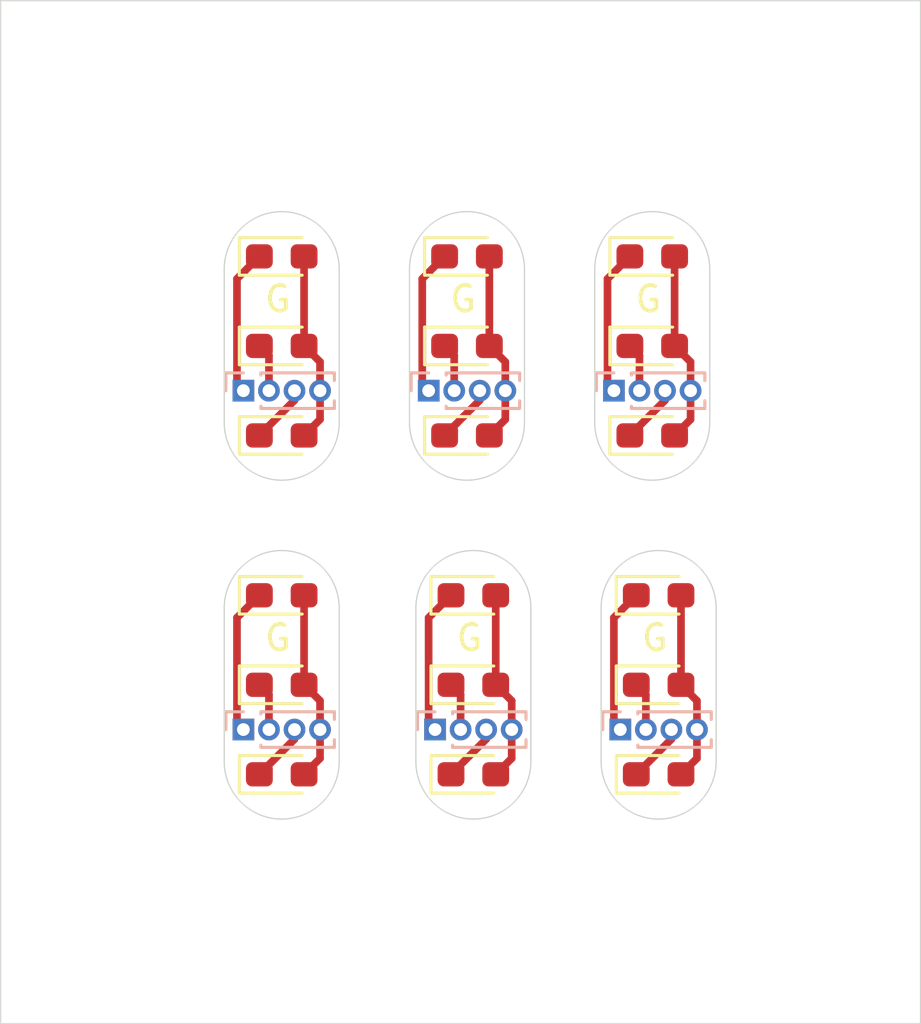
<source format=kicad_pcb>
(kicad_pcb (version 20241229) (generator "pcbnew") (generator_version "9.0")
  (title_block (title "Signal Head 3") (date "2025-03-29") (rev "n/c") (company "DMFE") (comment 1 "Three LED Signal Head"))
  (layers (0 "F.Cu" signal) (2 "B.Cu" signal) (13 "F.Paste" user) (15 "B.Paste" user) (5 "F.SilkS" user "F.Silkscreen") (7 "B.SilkS" user "B.Silkscreen") (1 "F.Mask" user) (3 "B.Mask" user) (25 "Edge.Cuts" user))
  (net 0 "")
  (net 1 "Net-(D1-A)")
  (net 2 "Net-(D1-K)")
  (net 3 "Net-(D2-K)")
  (net 4 "Net-(D3-K)")
  (footprint "LED_SMD:LED_0603_1608Metric_Pad1.05x0.95mm_HandSolder" (layer "F.Cu") (at 144.5 113.5)
    (property "Reference" "D2" (hide yes))
    (property "Value" "Yellow")
    (fp_line (start -1.66 -0.735) (end -1.66 0.735) (stroke (width 0.12)) (layer "F.SilkS"))
    (fp_line (start -1.66 0.735) (end 0.8 0.735) (stroke (width 0.12)) (layer "F.SilkS"))
    (fp_line (start 0.8 -0.735) (end -1.66 -0.735) (stroke (width 0.12)) (layer "F.SilkS"))
    (pad "1" smd roundrect (at -0.875 0) (size 1.05 0.95) (layers "F.Cu" "F.Mask" "F.Paste") (net 3 "Net-(D2-K)"))
    (pad "2" smd roundrect (at 0.875 0) (size 1.05 0.95) (layers "F.Cu" "F.Mask" "F.Paste") (net 1 "Net-(D1-A)"))
  )
  (footprint "LED_SMD:LED_0603_1608Metric_Pad1.05x0.95mm_HandSolder" (layer "F.Cu") (at 137.25 113.5)
    (property "Reference" "D2" (hide yes))
    (property "Value" "Yellow")
    (fp_line (start -1.66 -0.735) (end -1.66 0.735) (stroke (width 0.12)) (layer "F.SilkS"))
    (fp_line (start -1.66 0.735) (end 0.8 0.735) (stroke (width 0.12)) (layer "F.SilkS"))
    (fp_line (start 0.8 -0.735) (end -1.66 -0.735) (stroke (width 0.12)) (layer "F.SilkS"))
    (pad "1" smd roundrect (at -0.875 0) (size 1.05 0.95) (layers "F.Cu" "F.Mask" "F.Paste") (net 3 "Net-(D2-K)"))
    (pad "2" smd roundrect (at 0.875 0) (size 1.05 0.95) (layers "F.Cu" "F.Mask" "F.Paste") (net 1 "Net-(D1-A)"))
  )
  (footprint "LED_SMD:LED_0603_1608Metric_Pad1.05x0.95mm_HandSolder" (layer "F.Cu") (at 137.5 126.75)
    (property "Reference" "D2" (hide yes))
    (property "Value" "Yellow")
    (fp_line (start -1.66 -0.735) (end -1.66 0.735) (stroke (width 0.12)) (layer "F.SilkS"))
    (fp_line (start -1.66 0.735) (end 0.8 0.735) (stroke (width 0.12)) (layer "F.SilkS"))
    (fp_line (start 0.8 -0.735) (end -1.66 -0.735) (stroke (width 0.12)) (layer "F.SilkS"))
    (pad "1" smd roundrect (at -0.875 0) (size 1.05 0.95) (layers "F.Cu" "F.Mask" "F.Paste") (net 3 "Net-(D2-K)"))
    (pad "2" smd roundrect (at 0.875 0) (size 1.05 0.95) (layers "F.Cu" "F.Mask" "F.Paste") (net 1 "Net-(D1-A)"))
  )
  (footprint "LED_SMD:LED_0603_1608Metric_Pad1.05x0.95mm_HandSolder" (layer "F.Cu") (at 130 123.25)
    (property "Reference" "D1" (hide yes))
    (property "Value" "Green")
    (fp_line (start -1.66 -0.735) (end -1.66 0.735) (stroke (width 0.12)) (layer "F.SilkS"))
    (fp_line (start -1.66 0.735) (end 0.8 0.735) (stroke (width 0.12)) (layer "F.SilkS"))
    (fp_line (start 0.8 -0.735) (end -1.66 -0.735) (stroke (width 0.12)) (layer "F.SilkS"))
    (pad "1" smd roundrect (at -0.875 0) (size 1.05 0.95) (layers "F.Cu" "F.Mask" "F.Paste") (net 2 "Net-(D1-K)"))
    (pad "2" smd roundrect (at 0.875 0) (size 1.05 0.95) (layers "F.Cu" "F.Mask" "F.Paste") (net 1 "Net-(D1-A)"))
  )
  (footprint "LED_SMD:LED_0603_1608Metric_Pad1.05x0.95mm_HandSolder" (layer "F.Cu") (at 130 130.25)
    (property "Reference" "D3" (hide yes))
    (property "Value" "Red")
    (fp_line (start -1.66 -0.735) (end -1.66 0.735) (stroke (width 0.12)) (layer "F.SilkS"))
    (fp_line (start -1.66 0.735) (end 0.8 0.735) (stroke (width 0.12)) (layer "F.SilkS"))
    (fp_line (start 0.8 -0.735) (end -1.66 -0.735) (stroke (width 0.12)) (layer "F.SilkS"))
    (pad "1" smd roundrect (at -0.875 0) (size 1.05 0.95) (layers "F.Cu" "F.Mask" "F.Paste") (net 4 "Net-(D3-K)"))
    (pad "2" smd roundrect (at 0.875 0) (size 1.05 0.95) (layers "F.Cu" "F.Mask" "F.Paste") (net 1 "Net-(D1-A)"))
  )
  (footprint "LED_SMD:LED_0603_1608Metric_Pad1.05x0.95mm_HandSolder" (layer "F.Cu") (at 144.5 110)
    (property "Reference" "D1" (hide yes))
    (property "Value" "Green")
    (fp_line (start -1.66 -0.735) (end -1.66 0.735) (stroke (width 0.12)) (layer "F.SilkS"))
    (fp_line (start -1.66 0.735) (end 0.8 0.735) (stroke (width 0.12)) (layer "F.SilkS"))
    (fp_line (start 0.8 -0.735) (end -1.66 -0.735) (stroke (width 0.12)) (layer "F.SilkS"))
    (pad "1" smd roundrect (at -0.875 0) (size 1.05 0.95) (layers "F.Cu" "F.Mask" "F.Paste") (net 2 "Net-(D1-K)"))
    (pad "2" smd roundrect (at 0.875 0) (size 1.05 0.95) (layers "F.Cu" "F.Mask" "F.Paste") (net 1 "Net-(D1-A)"))
  )
  (footprint "LED_SMD:LED_0603_1608Metric_Pad1.05x0.95mm_HandSolder" (layer "F.Cu") (at 137.5 123.25)
    (property "Reference" "D1" (hide yes))
    (property "Value" "Green")
    (fp_line (start -1.66 -0.735) (end -1.66 0.735) (stroke (width 0.12)) (layer "F.SilkS"))
    (fp_line (start -1.66 0.735) (end 0.8 0.735) (stroke (width 0.12)) (layer "F.SilkS"))
    (fp_line (start 0.8 -0.735) (end -1.66 -0.735) (stroke (width 0.12)) (layer "F.SilkS"))
    (pad "1" smd roundrect (at -0.875 0) (size 1.05 0.95) (layers "F.Cu" "F.Mask" "F.Paste") (net 2 "Net-(D1-K)"))
    (pad "2" smd roundrect (at 0.875 0) (size 1.05 0.95) (layers "F.Cu" "F.Mask" "F.Paste") (net 1 "Net-(D1-A)"))
  )
  (footprint "LED_SMD:LED_0603_1608Metric_Pad1.05x0.95mm_HandSolder" (layer "F.Cu") (at 144.75 123.25)
    (property "Reference" "D1" (hide yes))
    (property "Value" "Green")
    (fp_line (start -1.66 -0.735) (end -1.66 0.735) (stroke (width 0.12)) (layer "F.SilkS"))
    (fp_line (start -1.66 0.735) (end 0.8 0.735) (stroke (width 0.12)) (layer "F.SilkS"))
    (fp_line (start 0.8 -0.735) (end -1.66 -0.735) (stroke (width 0.12)) (layer "F.SilkS"))
    (pad "1" smd roundrect (at -0.875 0) (size 1.05 0.95) (layers "F.Cu" "F.Mask" "F.Paste") (net 2 "Net-(D1-K)"))
    (pad "2" smd roundrect (at 0.875 0) (size 1.05 0.95) (layers "F.Cu" "F.Mask" "F.Paste") (net 1 "Net-(D1-A)"))
  )
  (footprint "LED_SMD:LED_0603_1608Metric_Pad1.05x0.95mm_HandSolder" (layer "F.Cu") (at 144.5 117)
    (property "Reference" "D3" (hide yes))
    (property "Value" "Red")
    (fp_line (start -1.66 -0.735) (end -1.66 0.735) (stroke (width 0.12)) (layer "F.SilkS"))
    (fp_line (start -1.66 0.735) (end 0.8 0.735) (stroke (width 0.12)) (layer "F.SilkS"))
    (fp_line (start 0.8 -0.735) (end -1.66 -0.735) (stroke (width 0.12)) (layer "F.SilkS"))
    (pad "1" smd roundrect (at -0.875 0) (size 1.05 0.95) (layers "F.Cu" "F.Mask" "F.Paste") (net 4 "Net-(D3-K)"))
    (pad "2" smd roundrect (at 0.875 0) (size 1.05 0.95) (layers "F.Cu" "F.Mask" "F.Paste") (net 1 "Net-(D1-A)"))
  )
  (footprint "LED_SMD:LED_0603_1608Metric_Pad1.05x0.95mm_HandSolder" (layer "F.Cu") (at 137.25 110)
    (property "Reference" "D1" (hide yes))
    (property "Value" "Green")
    (fp_line (start -1.66 -0.735) (end -1.66 0.735) (stroke (width 0.12)) (layer "F.SilkS"))
    (fp_line (start -1.66 0.735) (end 0.8 0.735) (stroke (width 0.12)) (layer "F.SilkS"))
    (fp_line (start 0.8 -0.735) (end -1.66 -0.735) (stroke (width 0.12)) (layer "F.SilkS"))
    (pad "1" smd roundrect (at -0.875 0) (size 1.05 0.95) (layers "F.Cu" "F.Mask" "F.Paste") (net 2 "Net-(D1-K)"))
    (pad "2" smd roundrect (at 0.875 0) (size 1.05 0.95) (layers "F.Cu" "F.Mask" "F.Paste") (net 1 "Net-(D1-A)"))
  )
  (footprint "LED_SMD:LED_0603_1608Metric_Pad1.05x0.95mm_HandSolder" (layer "F.Cu") (at 130 113.5)
    (property "Reference" "D2" (hide yes))
    (property "Value" "Yellow")
    (fp_line (start -1.66 -0.735) (end -1.66 0.735) (stroke (width 0.12)) (layer "F.SilkS"))
    (fp_line (start -1.66 0.735) (end 0.8 0.735) (stroke (width 0.12)) (layer "F.SilkS"))
    (fp_line (start 0.8 -0.735) (end -1.66 -0.735) (stroke (width 0.12)) (layer "F.SilkS"))
    (pad "1" smd roundrect (at -0.875 0) (size 1.05 0.95) (layers "F.Cu" "F.Mask" "F.Paste") (net 3 "Net-(D2-K)"))
    (pad "2" smd roundrect (at 0.875 0) (size 1.05 0.95) (layers "F.Cu" "F.Mask" "F.Paste") (net 1 "Net-(D1-A)"))
  )
  (footprint "LED_SMD:LED_0603_1608Metric_Pad1.05x0.95mm_HandSolder" (layer "F.Cu") (at 130 126.75)
    (property "Reference" "D2" (hide yes))
    (property "Value" "Yellow")
    (fp_line (start -1.66 -0.735) (end -1.66 0.735) (stroke (width 0.12)) (layer "F.SilkS"))
    (fp_line (start -1.66 0.735) (end 0.8 0.735) (stroke (width 0.12)) (layer "F.SilkS"))
    (fp_line (start 0.8 -0.735) (end -1.66 -0.735) (stroke (width 0.12)) (layer "F.SilkS"))
    (pad "1" smd roundrect (at -0.875 0) (size 1.05 0.95) (layers "F.Cu" "F.Mask" "F.Paste") (net 3 "Net-(D2-K)"))
    (pad "2" smd roundrect (at 0.875 0) (size 1.05 0.95) (layers "F.Cu" "F.Mask" "F.Paste") (net 1 "Net-(D1-A)"))
  )
  (footprint "LED_SMD:LED_0603_1608Metric_Pad1.05x0.95mm_HandSolder" (layer "F.Cu") (at 144.75 126.75)
    (property "Reference" "D2" (hide yes))
    (property "Value" "Yellow")
    (fp_line (start -1.66 -0.735) (end -1.66 0.735) (stroke (width 0.12)) (layer "F.SilkS"))
    (fp_line (start -1.66 0.735) (end 0.8 0.735) (stroke (width 0.12)) (layer "F.SilkS"))
    (fp_line (start 0.8 -0.735) (end -1.66 -0.735) (stroke (width 0.12)) (layer "F.SilkS"))
    (pad "1" smd roundrect (at -0.875 0) (size 1.05 0.95) (layers "F.Cu" "F.Mask" "F.Paste") (net 3 "Net-(D2-K)"))
    (pad "2" smd roundrect (at 0.875 0) (size 1.05 0.95) (layers "F.Cu" "F.Mask" "F.Paste") (net 1 "Net-(D1-A)"))
  )
  (footprint "LED_SMD:LED_0603_1608Metric_Pad1.05x0.95mm_HandSolder" (layer "F.Cu") (at 137.5 130.25)
    (property "Reference" "D3" (hide yes))
    (property "Value" "Red")
    (fp_line (start -1.66 -0.735) (end -1.66 0.735) (stroke (width 0.12)) (layer "F.SilkS"))
    (fp_line (start -1.66 0.735) (end 0.8 0.735) (stroke (width 0.12)) (layer "F.SilkS"))
    (fp_line (start 0.8 -0.735) (end -1.66 -0.735) (stroke (width 0.12)) (layer "F.SilkS"))
    (pad "1" smd roundrect (at -0.875 0) (size 1.05 0.95) (layers "F.Cu" "F.Mask" "F.Paste") (net 4 "Net-(D3-K)"))
    (pad "2" smd roundrect (at 0.875 0) (size 1.05 0.95) (layers "F.Cu" "F.Mask" "F.Paste") (net 1 "Net-(D1-A)"))
  )
  (footprint "LED_SMD:LED_0603_1608Metric_Pad1.05x0.95mm_HandSolder" (layer "F.Cu") (at 137.25 117)
    (property "Reference" "D3" (hide yes))
    (property "Value" "Red")
    (fp_line (start -1.66 -0.735) (end -1.66 0.735) (stroke (width 0.12)) (layer "F.SilkS"))
    (fp_line (start -1.66 0.735) (end 0.8 0.735) (stroke (width 0.12)) (layer "F.SilkS"))
    (fp_line (start 0.8 -0.735) (end -1.66 -0.735) (stroke (width 0.12)) (layer "F.SilkS"))
    (pad "1" smd roundrect (at -0.875 0) (size 1.05 0.95) (layers "F.Cu" "F.Mask" "F.Paste") (net 4 "Net-(D3-K)"))
    (pad "2" smd roundrect (at 0.875 0) (size 1.05 0.95) (layers "F.Cu" "F.Mask" "F.Paste") (net 1 "Net-(D1-A)"))
  )
  (footprint "LED_SMD:LED_0603_1608Metric_Pad1.05x0.95mm_HandSolder" (layer "F.Cu") (at 130 110)
    (property "Reference" "D1" (hide yes))
    (property "Value" "Green")
    (fp_line (start -1.66 -0.735) (end -1.66 0.735) (stroke (width 0.12)) (layer "F.SilkS"))
    (fp_line (start -1.66 0.735) (end 0.8 0.735) (stroke (width 0.12)) (layer "F.SilkS"))
    (fp_line (start 0.8 -0.735) (end -1.66 -0.735) (stroke (width 0.12)) (layer "F.SilkS"))
    (pad "1" smd roundrect (at -0.875 0) (size 1.05 0.95) (layers "F.Cu" "F.Mask" "F.Paste") (net 2 "Net-(D1-K)"))
    (pad "2" smd roundrect (at 0.875 0) (size 1.05 0.95) (layers "F.Cu" "F.Mask" "F.Paste") (net 1 "Net-(D1-A)"))
  )
  (footprint "LED_SMD:LED_0603_1608Metric_Pad1.05x0.95mm_HandSolder" (layer "F.Cu") (at 130 117)
    (property "Reference" "D3" (hide yes))
    (property "Value" "Red")
    (fp_line (start -1.66 -0.735) (end -1.66 0.735) (stroke (width 0.12)) (layer "F.SilkS"))
    (fp_line (start -1.66 0.735) (end 0.8 0.735) (stroke (width 0.12)) (layer "F.SilkS"))
    (fp_line (start 0.8 -0.735) (end -1.66 -0.735) (stroke (width 0.12)) (layer "F.SilkS"))
    (pad "1" smd roundrect (at -0.875 0) (size 1.05 0.95) (layers "F.Cu" "F.Mask" "F.Paste") (net 4 "Net-(D3-K)"))
    (pad "2" smd roundrect (at 0.875 0) (size 1.05 0.95) (layers "F.Cu" "F.Mask" "F.Paste") (net 1 "Net-(D1-A)"))
  )
  (footprint "LED_SMD:LED_0603_1608Metric_Pad1.05x0.95mm_HandSolder" (layer "F.Cu") (at 144.75 130.25)
    (property "Reference" "D3" (hide yes))
    (property "Value" "Red")
    (fp_line (start -1.66 -0.735) (end -1.66 0.735) (stroke (width 0.12)) (layer "F.SilkS"))
    (fp_line (start -1.66 0.735) (end 0.8 0.735) (stroke (width 0.12)) (layer "F.SilkS"))
    (fp_line (start 0.8 -0.735) (end -1.66 -0.735) (stroke (width 0.12)) (layer "F.SilkS"))
    (pad "1" smd roundrect (at -0.875 0) (size 1.05 0.95) (layers "F.Cu" "F.Mask" "F.Paste") (net 4 "Net-(D3-K)"))
    (pad "2" smd roundrect (at 0.875 0) (size 1.05 0.95) (layers "F.Cu" "F.Mask" "F.Paste") (net 1 "Net-(D1-A)"))
  )
  (footprint "Connector_PinHeader_1.00mm:PinHeader_1x04_P1.00mm_Vertical" (layer "B.Cu") (at 128.5 128.5 -90)
    (property "Reference" "J1" (hide yes))
    (property "Value" "Conn_01x04")
    (fp_line (start -0.695 0.685) (end 0 0.685) (stroke (width 0.12)) (layer "B.SilkS"))
    (fp_line (start -0.695 0) (end -0.695 0.685) (stroke (width 0.12)) (layer "B.SilkS"))
    (fp_line (start -0.695 -0.685) (end -0.608276 -0.685) (stroke (width 0.12)) (layer "B.SilkS"))
    (fp_line (start -0.695 -0.685) (end -0.695 -3.56) (stroke (width 0.12)) (layer "B.SilkS"))
    (fp_line (start 0.608276 -0.685) (end 0.695 -0.685) (stroke (width 0.12)) (layer "B.SilkS"))
    (fp_line (start 0.695 -0.685) (end 0.695 -3.56) (stroke (width 0.12)) (layer "B.SilkS"))
    (fp_line (start -0.695 -3.56) (end -0.394493 -3.56) (stroke (width 0.12)) (layer "B.SilkS"))
    (fp_line (start 0.394493 -3.56) (end 0.695 -3.56) (stroke (width 0.12)) (layer "B.SilkS"))
    (pad "1" thru_hole rect (at 0 0 270) (size 0.85 0.85) (drill 0.5) (layers "*.Cu" "*.Mask") (net 2 "Net-(D1-K)"))
    (pad "2" thru_hole oval (at 0 -1 270) (size 0.85 0.85) (drill 0.5) (layers "*.Cu" "*.Mask") (net 3 "Net-(D2-K)"))
    (pad "3" thru_hole oval (at 0 -2 270) (size 0.85 0.85) (drill 0.5) (layers "*.Cu" "*.Mask") (net 4 "Net-(D3-K)"))
    (pad "4" thru_hole oval (at 0 -3 270) (size 0.85 0.85) (drill 0.5) (layers "*.Cu" "*.Mask") (net 1 "Net-(D1-A)"))
  )
  (footprint "Connector_PinHeader_1.00mm:PinHeader_1x04_P1.00mm_Vertical" (layer "B.Cu") (at 143.25 128.5 -90)
    (property "Reference" "J1" (hide yes))
    (property "Value" "Conn_01x04")
    (fp_line (start -0.695 0.685) (end 0 0.685) (stroke (width 0.12)) (layer "B.SilkS"))
    (fp_line (start -0.695 0) (end -0.695 0.685) (stroke (width 0.12)) (layer "B.SilkS"))
    (fp_line (start -0.695 -0.685) (end -0.608276 -0.685) (stroke (width 0.12)) (layer "B.SilkS"))
    (fp_line (start -0.695 -0.685) (end -0.695 -3.56) (stroke (width 0.12)) (layer "B.SilkS"))
    (fp_line (start 0.608276 -0.685) (end 0.695 -0.685) (stroke (width 0.12)) (layer "B.SilkS"))
    (fp_line (start 0.695 -0.685) (end 0.695 -3.56) (stroke (width 0.12)) (layer "B.SilkS"))
    (fp_line (start -0.695 -3.56) (end -0.394493 -3.56) (stroke (width 0.12)) (layer "B.SilkS"))
    (fp_line (start 0.394493 -3.56) (end 0.695 -3.56) (stroke (width 0.12)) (layer "B.SilkS"))
    (pad "1" thru_hole rect (at 0 0 270) (size 0.85 0.85) (drill 0.5) (layers "*.Cu" "*.Mask") (net 2 "Net-(D1-K)"))
    (pad "2" thru_hole oval (at 0 -1 270) (size 0.85 0.85) (drill 0.5) (layers "*.Cu" "*.Mask") (net 3 "Net-(D2-K)"))
    (pad "3" thru_hole oval (at 0 -2 270) (size 0.85 0.85) (drill 0.5) (layers "*.Cu" "*.Mask") (net 4 "Net-(D3-K)"))
    (pad "4" thru_hole oval (at 0 -3 270) (size 0.85 0.85) (drill 0.5) (layers "*.Cu" "*.Mask") (net 1 "Net-(D1-A)"))
  )
  (footprint "Connector_PinHeader_1.00mm:PinHeader_1x04_P1.00mm_Vertical" (layer "B.Cu") (at 136 128.5 -90)
    (property "Reference" "J1" (hide yes))
    (property "Value" "Conn_01x04")
    (fp_line (start -0.695 0.685) (end 0 0.685) (stroke (width 0.12)) (layer "B.SilkS"))
    (fp_line (start -0.695 0) (end -0.695 0.685) (stroke (width 0.12)) (layer "B.SilkS"))
    (fp_line (start -0.695 -0.685) (end -0.608276 -0.685) (stroke (width 0.12)) (layer "B.SilkS"))
    (fp_line (start -0.695 -0.685) (end -0.695 -3.56) (stroke (width 0.12)) (layer "B.SilkS"))
    (fp_line (start 0.608276 -0.685) (end 0.695 -0.685) (stroke (width 0.12)) (layer "B.SilkS"))
    (fp_line (start 0.695 -0.685) (end 0.695 -3.56) (stroke (width 0.12)) (layer "B.SilkS"))
    (fp_line (start -0.695 -3.56) (end -0.394493 -3.56) (stroke (width 0.12)) (layer "B.SilkS"))
    (fp_line (start 0.394493 -3.56) (end 0.695 -3.56) (stroke (width 0.12)) (layer "B.SilkS"))
    (pad "1" thru_hole rect (at 0 0 270) (size 0.85 0.85) (drill 0.5) (layers "*.Cu" "*.Mask") (net 2 "Net-(D1-K)"))
    (pad "2" thru_hole oval (at 0 -1 270) (size 0.85 0.85) (drill 0.5) (layers "*.Cu" "*.Mask") (net 3 "Net-(D2-K)"))
    (pad "3" thru_hole oval (at 0 -2 270) (size 0.85 0.85) (drill 0.5) (layers "*.Cu" "*.Mask") (net 4 "Net-(D3-K)"))
    (pad "4" thru_hole oval (at 0 -3 270) (size 0.85 0.85) (drill 0.5) (layers "*.Cu" "*.Mask") (net 1 "Net-(D1-A)"))
  )
  (footprint "Connector_PinHeader_1.00mm:PinHeader_1x04_P1.00mm_Vertical" (layer "B.Cu") (at 128.5 115.25 -90)
    (property "Reference" "J1" (hide yes))
    (property "Value" "Conn_01x04")
    (fp_line (start -0.695 0.685) (end 0 0.685) (stroke (width 0.12)) (layer "B.SilkS"))
    (fp_line (start -0.695 0) (end -0.695 0.685) (stroke (width 0.12)) (layer "B.SilkS"))
    (fp_line (start -0.695 -0.685) (end -0.608276 -0.685) (stroke (width 0.12)) (layer "B.SilkS"))
    (fp_line (start -0.695 -0.685) (end -0.695 -3.56) (stroke (width 0.12)) (layer "B.SilkS"))
    (fp_line (start 0.608276 -0.685) (end 0.695 -0.685) (stroke (width 0.12)) (layer "B.SilkS"))
    (fp_line (start 0.695 -0.685) (end 0.695 -3.56) (stroke (width 0.12)) (layer "B.SilkS"))
    (fp_line (start -0.695 -3.56) (end -0.394493 -3.56) (stroke (width 0.12)) (layer "B.SilkS"))
    (fp_line (start 0.394493 -3.56) (end 0.695 -3.56) (stroke (width 0.12)) (layer "B.SilkS"))
    (pad "1" thru_hole rect (at 0 0 270) (size 0.85 0.85) (drill 0.5) (layers "*.Cu" "*.Mask") (net 2 "Net-(D1-K)"))
    (pad "2" thru_hole oval (at 0 -1 270) (size 0.85 0.85) (drill 0.5) (layers "*.Cu" "*.Mask") (net 3 "Net-(D2-K)"))
    (pad "3" thru_hole oval (at 0 -2 270) (size 0.85 0.85) (drill 0.5) (layers "*.Cu" "*.Mask") (net 4 "Net-(D3-K)"))
    (pad "4" thru_hole oval (at 0 -3 270) (size 0.85 0.85) (drill 0.5) (layers "*.Cu" "*.Mask") (net 1 "Net-(D1-A)"))
  )
  (footprint "Connector_PinHeader_1.00mm:PinHeader_1x04_P1.00mm_Vertical" (layer "B.Cu") (at 135.75 115.25 -90)
    (property "Reference" "J1" (hide yes))
    (property "Value" "Conn_01x04")
    (fp_line (start -0.695 0.685) (end 0 0.685) (stroke (width 0.12)) (layer "B.SilkS"))
    (fp_line (start -0.695 0) (end -0.695 0.685) (stroke (width 0.12)) (layer "B.SilkS"))
    (fp_line (start -0.695 -0.685) (end -0.608276 -0.685) (stroke (width 0.12)) (layer "B.SilkS"))
    (fp_line (start -0.695 -0.685) (end -0.695 -3.56) (stroke (width 0.12)) (layer "B.SilkS"))
    (fp_line (start 0.608276 -0.685) (end 0.695 -0.685) (stroke (width 0.12)) (layer "B.SilkS"))
    (fp_line (start 0.695 -0.685) (end 0.695 -3.56) (stroke (width 0.12)) (layer "B.SilkS"))
    (fp_line (start -0.695 -3.56) (end -0.394493 -3.56) (stroke (width 0.12)) (layer "B.SilkS"))
    (fp_line (start 0.394493 -3.56) (end 0.695 -3.56) (stroke (width 0.12)) (layer "B.SilkS"))
    (pad "1" thru_hole rect (at 0 0 270) (size 0.85 0.85) (drill 0.5) (layers "*.Cu" "*.Mask") (net 2 "Net-(D1-K)"))
    (pad "2" thru_hole oval (at 0 -1 270) (size 0.85 0.85) (drill 0.5) (layers "*.Cu" "*.Mask") (net 3 "Net-(D2-K)"))
    (pad "3" thru_hole oval (at 0 -2 270) (size 0.85 0.85) (drill 0.5) (layers "*.Cu" "*.Mask") (net 4 "Net-(D3-K)"))
    (pad "4" thru_hole oval (at 0 -3 270) (size 0.85 0.85) (drill 0.5) (layers "*.Cu" "*.Mask") (net 1 "Net-(D1-A)"))
  )
  (footprint "Connector_PinHeader_1.00mm:PinHeader_1x04_P1.00mm_Vertical" (layer "B.Cu") (at 143 115.25 -90)
    (property "Reference" "J1" (hide yes))
    (property "Value" "Conn_01x04")
    (fp_line (start -0.695 0.685) (end 0 0.685) (stroke (width 0.12)) (layer "B.SilkS"))
    (fp_line (start -0.695 0) (end -0.695 0.685) (stroke (width 0.12)) (layer "B.SilkS"))
    (fp_line (start -0.695 -0.685) (end -0.608276 -0.685) (stroke (width 0.12)) (layer "B.SilkS"))
    (fp_line (start -0.695 -0.685) (end -0.695 -3.56) (stroke (width 0.12)) (layer "B.SilkS"))
    (fp_line (start 0.608276 -0.685) (end 0.695 -0.685) (stroke (width 0.12)) (layer "B.SilkS"))
    (fp_line (start 0.695 -0.685) (end 0.695 -3.56) (stroke (width 0.12)) (layer "B.SilkS"))
    (fp_line (start -0.695 -3.56) (end -0.394493 -3.56) (stroke (width 0.12)) (layer "B.SilkS"))
    (fp_line (start 0.394493 -3.56) (end 0.695 -3.56) (stroke (width 0.12)) (layer "B.SilkS"))
    (pad "1" thru_hole rect (at 0 0 270) (size 0.85 0.85) (drill 0.5) (layers "*.Cu" "*.Mask") (net 2 "Net-(D1-K)"))
    (pad "2" thru_hole oval (at 0 -1 270) (size 0.85 0.85) (drill 0.5) (layers "*.Cu" "*.Mask") (net 3 "Net-(D2-K)"))
    (pad "3" thru_hole oval (at 0 -2 270) (size 0.85 0.85) (drill 0.5) (layers "*.Cu" "*.Mask") (net 4 "Net-(D3-K)"))
    (pad "4" thru_hole oval (at 0 -3 270) (size 0.85 0.85) (drill 0.5) (layers "*.Cu" "*.Mask") (net 1 "Net-(D1-A)"))
  )
  (gr_arc (start 139.5 116.5) (mid 137.25 118.75) (end 135 116.5) (stroke (width 0.05)) (layer "Edge.Cuts"))
  (gr_line (start 142.25 116.5) (end 142.25 110.5) (stroke (width 0.05)) (layer "Edge.Cuts"))
  (gr_line (start 135 116.5) (end 135 110.5) (stroke (width 0.05)) (layer "Edge.Cuts"))
  (gr_arc (start 147 129.75) (mid 144.75 132) (end 142.5 129.75) (stroke (width 0.05)) (layer "Edge.Cuts"))
  (gr_line (start 132.25 116.5) (end 132.25 110.5) (stroke (width 0.05)) (layer "Edge.Cuts"))
  (gr_line (start 146.75 116.5) (end 146.75 110.5) (stroke (width 0.05)) (layer "Edge.Cuts"))
  (gr_arc (start 142.5 123.75) (mid 144.75 121.5) (end 147 123.75) (stroke (width 0.05)) (layer "Edge.Cuts"))
  (gr_line (start 142.5 129.75) (end 142.5 123.75) (stroke (width 0.05)) (layer "Edge.Cuts"))
  (gr_arc (start 132.25 129.75) (mid 130 132) (end 127.75 129.75) (stroke (width 0.05)) (layer "Edge.Cuts"))
  (gr_arc (start 127.75 123.75) (mid 130 121.5) (end 132.25 123.75) (stroke (width 0.05)) (layer "Edge.Cuts"))
  (gr_rect (start 119 100) (end 155 140) (stroke (width 0.05)) (fill no) (layer "Edge.Cuts"))
  (gr_line (start 135.25 129.75) (end 135.25 123.75) (stroke (width 0.05)) (layer "Edge.Cuts"))
  (gr_arc (start 139.75 129.75) (mid 137.5 132) (end 135.25 129.75) (stroke (width 0.05)) (layer "Edge.Cuts"))
  (gr_arc (start 132.25 116.5) (mid 130 118.75) (end 127.75 116.5) (stroke (width 0.05)) (layer "Edge.Cuts"))
  (gr_arc (start 146.75 116.5) (mid 144.5 118.75) (end 142.25 116.5) (stroke (width 0.05)) (layer "Edge.Cuts"))
  (gr_arc (start 135.25 123.75) (mid 137.5 121.5) (end 139.75 123.75) (stroke (width 0.05)) (layer "Edge.Cuts"))
  (gr_arc (start 127.75 110.5) (mid 130 108.25) (end 132.25 110.5) (stroke (width 0.05)) (layer "Edge.Cuts"))
  (gr_line (start 139.5 116.5) (end 139.5 110.5) (stroke (width 0.05)) (layer "Edge.Cuts"))
  (gr_line (start 147 129.75) (end 147 123.75) (stroke (width 0.05)) (layer "Edge.Cuts"))
  (gr_line (start 127.75 116.5) (end 127.75 110.5) (stroke (width 0.05)) (layer "Edge.Cuts"))
  (gr_line (start 139.75 129.75) (end 139.75 123.75) (stroke (width 0.05)) (layer "Edge.Cuts"))
  (gr_arc (start 135 110.5) (mid 137.25 108.25) (end 139.5 110.5) (stroke (width 0.05)) (layer "Edge.Cuts"))
  (gr_arc (start 142.25 110.5) (mid 144.5 108.25) (end 146.75 110.5) (stroke (width 0.05)) (layer "Edge.Cuts"))
  (gr_line (start 132.25 129.75) (end 132.25 123.75) (stroke (width 0.05)) (layer "Edge.Cuts"))
  (gr_line (start 127.75 129.75) (end 127.75 123.75) (stroke (width 0.05)) (layer "Edge.Cuts"))
  (gr_text "G" (at 143.75 112.25 0) (layer "F.SilkS") (effects (font (size 1 1)) (justify left bottom)))
  (gr_text "G" (at 129.25 125.5 0) (layer "F.SilkS") (effects (font (size 1 1)) (justify left bottom)))
  (gr_text "G" (at 136.5 112.25 0) (layer "F.SilkS") (effects (font (size 1 1)) (justify left bottom)))
  (gr_text "G" (at 129.25 112.25 0) (layer "F.SilkS") (effects (font (size 1 1)) (justify left bottom)))
  (gr_text "G" (at 136.75 125.5 0) (layer "F.SilkS") (effects (font (size 1 1)) (justify left bottom)))
  (gr_text "G" (at 144 125.5 0) (layer "F.SilkS") (effects (font (size 1 1)) (justify left bottom)))
  (segment (start 138.375 123.25) (end 138.375 126.75) (width 0.3) (layer "F.Cu") (net 1))
  (segment (start 130.875 117) (end 131.5 116.375) (width 0.3) (layer "F.Cu") (net 1))
  (segment (start 138.375 130.25) (end 139 129.625) (width 0.3) (layer "F.Cu") (net 1))
  (segment (start 138.75 116.375) (end 138.75 115.25) (width 0.3) (layer "F.Cu") (net 1))
  (segment (start 131.5 114.125) (end 131.5 115.25) (width 0.3) (layer "F.Cu") (net 1))
  (segment (start 145.375 117) (end 146 116.375) (width 0.3) (layer "F.Cu") (net 1))
  (segment (start 138.125 110) (end 138.125 113.5) (width 0.3) (layer "F.Cu") (net 1))
  (segment (start 130.875 126.75) (end 131.5 127.375) (width 0.3) (layer "F.Cu") (net 1))
  (segment (start 131.5 116.375) (end 131.5 115.25) (width 0.3) (layer "F.Cu") (net 1))
  (segment (start 139 129.625) (end 139 128.5) (width 0.3) (layer "F.Cu") (net 1))
  (segment (start 130.875 110) (end 130.875 113.5) (width 0.3) (layer "F.Cu") (net 1))
  (segment (start 131.5 129.625) (end 131.5 128.5) (width 0.3) (layer "F.Cu") (net 1))
  (segment (start 139 127.375) (end 139 128.5) (width 0.3) (layer "F.Cu") (net 1))
  (segment (start 138.125 113.5) (end 138.75 114.125) (width 0.3) (layer "F.Cu") (net 1))
  (segment (start 145.625 123.25) (end 145.625 126.75) (width 0.3) (layer "F.Cu") (net 1))
  (segment (start 145.375 110) (end 145.375 113.5) (width 0.3) (layer "F.Cu") (net 1))
  (segment (start 145.625 130.25) (end 146.25 129.625) (width 0.3) (layer "F.Cu") (net 1))
  (segment (start 138.75 114.125) (end 138.75 115.25) (width 0.3) (layer "F.Cu") (net 1))
  (segment (start 146 114.125) (end 146 115.25) (width 0.3) (layer "F.Cu") (net 1))
  (segment (start 130.875 123.25) (end 130.875 126.75) (width 0.3) (layer "F.Cu") (net 1))
  (segment (start 145.375 113.5) (end 146 114.125) (width 0.3) (layer "F.Cu") (net 1))
  (segment (start 145.625 126.75) (end 146.25 127.375) (width 0.3) (layer "F.Cu") (net 1))
  (segment (start 146 116.375) (end 146 115.25) (width 0.3) (layer "F.Cu") (net 1))
  (segment (start 138.375 126.75) (end 139 127.375) (width 0.3) (layer "F.Cu") (net 1))
  (segment (start 130.875 113.5) (end 131.5 114.125) (width 0.3) (layer "F.Cu") (net 1))
  (segment (start 131.5 127.375) (end 131.5 128.5) (width 0.3) (layer "F.Cu") (net 1))
  (segment (start 138.125 117) (end 138.75 116.375) (width 0.3) (layer "F.Cu") (net 1))
  (segment (start 146.25 127.375) (end 146.25 128.5) (width 0.3) (layer "F.Cu") (net 1))
  (segment (start 130.875 130.25) (end 131.5 129.625) (width 0.3) (layer "F.Cu") (net 1))
  (segment (start 146.25 129.625) (end 146.25 128.5) (width 0.3) (layer "F.Cu") (net 1))
  (segment (start 135.499 110.876) (end 136.375 110) (width 0.3) (layer "F.Cu") (net 2))
  (segment (start 142.749 110.876) (end 143.625 110) (width 0.3) (layer "F.Cu") (net 2))
  (segment (start 135.749 128.249) (end 135.749 124.126) (width 0.3) (layer "F.Cu") (net 2))
  (segment (start 136 128.5) (end 135.749 128.249) (width 0.3) (layer "F.Cu") (net 2))
  (segment (start 135.75 115.25) (end 135.499 114.999) (width 0.3) (layer "F.Cu") (net 2))
  (segment (start 128.5 128.5) (end 128.249 128.249) (width 0.3) (layer "F.Cu") (net 2))
  (segment (start 128.249 110.876) (end 129.125 110) (width 0.3) (layer "F.Cu") (net 2))
  (segment (start 128.249 124.126) (end 129.125 123.25) (width 0.3) (layer "F.Cu") (net 2))
  (segment (start 143.25 128.5) (end 142.999 128.249) (width 0.3) (layer "F.Cu") (net 2))
  (segment (start 128.5 115.25) (end 128.249 114.999) (width 0.3) (layer "F.Cu") (net 2))
  (segment (start 142.999 128.249) (end 142.999 124.126) (width 0.3) (layer "F.Cu") (net 2))
  (segment (start 142.749 114.999) (end 142.749 110.876) (width 0.3) (layer "F.Cu") (net 2))
  (segment (start 135.749 124.126) (end 136.625 123.25) (width 0.3) (layer "F.Cu") (net 2))
  (segment (start 128.249 114.999) (end 128.249 110.876) (width 0.3) (layer "F.Cu") (net 2))
  (segment (start 128.249 128.249) (end 128.249 124.126) (width 0.3) (layer "F.Cu") (net 2))
  (segment (start 143 115.25) (end 142.749 114.999) (width 0.3) (layer "F.Cu") (net 2))
  (segment (start 135.499 114.999) (end 135.499 110.876) (width 0.3) (layer "F.Cu") (net 2))
  (segment (start 142.999 124.126) (end 143.875 123.25) (width 0.3) (layer "F.Cu") (net 2))
  (segment (start 137 127.125) (end 136.625 126.75) (width 0.3) (layer "F.Cu") (net 3))
  (segment (start 129.5 128.5) (end 129.5 127.125) (width 0.3) (layer "F.Cu") (net 3))
  (segment (start 136.75 113.875) (end 136.375 113.5) (width 0.3) (layer "F.Cu") (net 3))
  (segment (start 144 115.25) (end 144 113.875) (width 0.3) (layer "F.Cu") (net 3))
  (segment (start 144 113.875) (end 143.625 113.5) (width 0.3) (layer "F.Cu") (net 3))
  (segment (start 129.5 113.875) (end 129.125 113.5) (width 0.3) (layer "F.Cu") (net 3))
  (segment (start 144.25 128.5) (end 144.25 127.125) (width 0.3) (layer "F.Cu") (net 3))
  (segment (start 129.5 127.125) (end 129.125 126.75) (width 0.3) (layer "F.Cu") (net 3))
  (segment (start 144.25 127.125) (end 143.875 126.75) (width 0.3) (layer "F.Cu") (net 3))
  (segment (start 136.75 115.25) (end 136.75 113.875) (width 0.3) (layer "F.Cu") (net 3))
  (segment (start 129.5 115.25) (end 129.5 113.875) (width 0.3) (layer "F.Cu") (net 3))
  (segment (start 137 128.5) (end 137 127.125) (width 0.3) (layer "F.Cu") (net 3))
  (segment (start 145.25 128.875) (end 143.875 130.25) (width 0.3) (layer "F.Cu") (net 4))
  (segment (start 130.5 115.25) (end 130.5 115.625) (width 0.3) (layer "F.Cu") (net 4))
  (segment (start 138 128.875) (end 136.625 130.25) (width 0.3) (layer "F.Cu") (net 4))
  (segment (start 130.5 115.625) (end 129.125 117) (width 0.3) (layer "F.Cu") (net 4))
  (segment (start 137.75 115.625) (end 136.375 117) (width 0.3) (layer "F.Cu") (net 4))
  (segment (start 145 115.25) (end 145 115.625) (width 0.3) (layer "F.Cu") (net 4))
  (segment (start 130.5 128.5) (end 130.5 128.875) (width 0.3) (layer "F.Cu") (net 4))
  (segment (start 138 128.5) (end 138 128.875) (width 0.3) (layer "F.Cu") (net 4))
  (segment (start 137.75 115.25) (end 137.75 115.625) (width 0.3) (layer "F.Cu") (net 4))
  (segment (start 145 115.625) (end 143.625 117) (width 0.3) (layer "F.Cu") (net 4))
  (segment (start 145.25 128.5) (end 145.25 128.875) (width 0.3) (layer "F.Cu") (net 4))
  (segment (start 130.5 128.875) (end 129.125 130.25) (width 0.3) (layer "F.Cu") (net 4))
)
</source>
